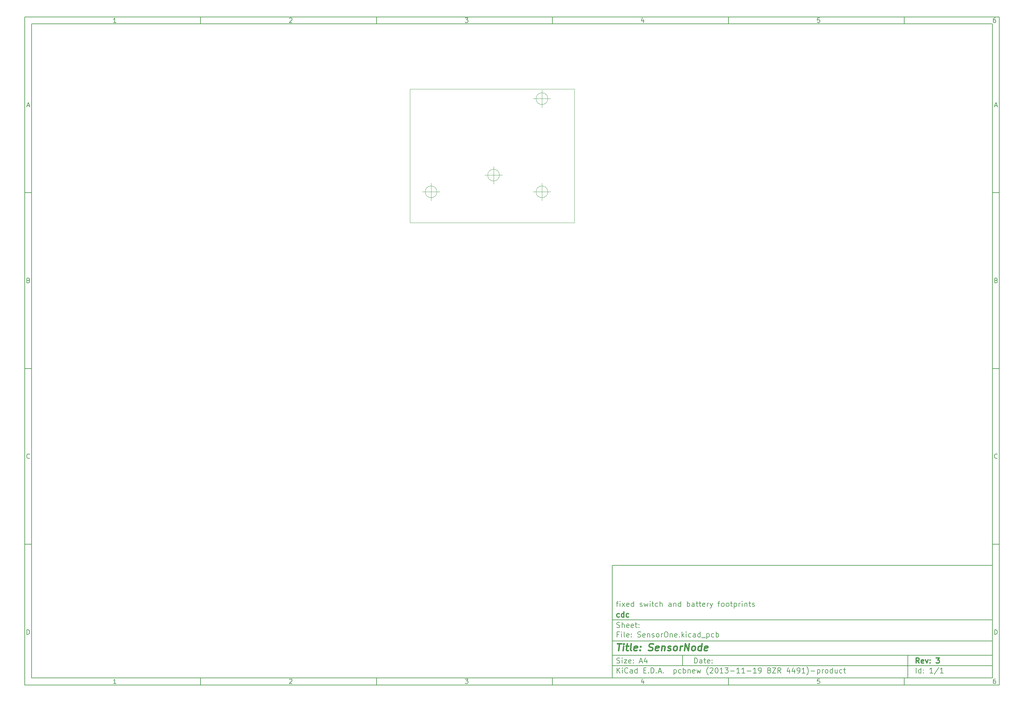
<source format=gbr>
%FSLAX34Y34*%
G04 Gerber Fmt 3.4, Leading zero omitted, Abs format*
G04 (created by PCBNEW (2013-11-19 BZR 4491)-product) date Thu 21 Nov 2013 01:11:00 GMT*
%MOIN*%
G01*
G70*
G90*
G04 APERTURE LIST*
%ADD10C,0.005906*%
%ADD11C,0.011811*%
%ADD12C,0.015748*%
%ADD13C,0.003937*%
G04 APERTURE END LIST*
G54D10*
X69685Y-65357D02*
X69685Y-77955D01*
X112205Y-77955D01*
X112205Y-65357D01*
X69685Y-65357D01*
X3937Y-3937D02*
X3937Y-78742D01*
X112992Y-78742D01*
X112992Y-3937D01*
X3937Y-3937D01*
X4724Y-4724D02*
X4724Y-77955D01*
X112205Y-77955D01*
X112205Y-4724D01*
X4724Y-4724D01*
X23622Y-4724D02*
X23622Y-3937D01*
X43307Y-4724D02*
X43307Y-3937D01*
X62992Y-4724D02*
X62992Y-3937D01*
X82677Y-4724D02*
X82677Y-3937D01*
X102362Y-4724D02*
X102362Y-3937D01*
X14169Y-4562D02*
X13877Y-4562D01*
X14023Y-4562D02*
X14023Y-4050D01*
X13974Y-4123D01*
X13925Y-4172D01*
X13877Y-4196D01*
X33562Y-4099D02*
X33586Y-4074D01*
X33635Y-4050D01*
X33757Y-4050D01*
X33805Y-4074D01*
X33830Y-4099D01*
X33854Y-4147D01*
X33854Y-4196D01*
X33830Y-4269D01*
X33537Y-4562D01*
X33854Y-4562D01*
X53222Y-4050D02*
X53539Y-4050D01*
X53368Y-4245D01*
X53442Y-4245D01*
X53490Y-4269D01*
X53515Y-4294D01*
X53539Y-4342D01*
X53539Y-4464D01*
X53515Y-4513D01*
X53490Y-4537D01*
X53442Y-4562D01*
X53295Y-4562D01*
X53247Y-4537D01*
X53222Y-4513D01*
X73175Y-4221D02*
X73175Y-4562D01*
X73053Y-4026D02*
X72932Y-4391D01*
X73248Y-4391D01*
X92885Y-4050D02*
X92641Y-4050D01*
X92617Y-4294D01*
X92641Y-4269D01*
X92690Y-4245D01*
X92812Y-4245D01*
X92860Y-4269D01*
X92885Y-4294D01*
X92909Y-4342D01*
X92909Y-4464D01*
X92885Y-4513D01*
X92860Y-4537D01*
X92812Y-4562D01*
X92690Y-4562D01*
X92641Y-4537D01*
X92617Y-4513D01*
X112545Y-4050D02*
X112448Y-4050D01*
X112399Y-4074D01*
X112375Y-4099D01*
X112326Y-4172D01*
X112302Y-4269D01*
X112302Y-4464D01*
X112326Y-4513D01*
X112350Y-4537D01*
X112399Y-4562D01*
X112497Y-4562D01*
X112545Y-4537D01*
X112570Y-4513D01*
X112594Y-4464D01*
X112594Y-4342D01*
X112570Y-4294D01*
X112545Y-4269D01*
X112497Y-4245D01*
X112399Y-4245D01*
X112350Y-4269D01*
X112326Y-4294D01*
X112302Y-4342D01*
X23622Y-77955D02*
X23622Y-78742D01*
X43307Y-77955D02*
X43307Y-78742D01*
X62992Y-77955D02*
X62992Y-78742D01*
X82677Y-77955D02*
X82677Y-78742D01*
X102362Y-77955D02*
X102362Y-78742D01*
X14169Y-78580D02*
X13877Y-78580D01*
X14023Y-78580D02*
X14023Y-78069D01*
X13974Y-78142D01*
X13925Y-78190D01*
X13877Y-78215D01*
X33562Y-78117D02*
X33586Y-78093D01*
X33635Y-78069D01*
X33757Y-78069D01*
X33805Y-78093D01*
X33830Y-78117D01*
X33854Y-78166D01*
X33854Y-78215D01*
X33830Y-78288D01*
X33537Y-78580D01*
X33854Y-78580D01*
X53222Y-78069D02*
X53539Y-78069D01*
X53368Y-78263D01*
X53442Y-78263D01*
X53490Y-78288D01*
X53515Y-78312D01*
X53539Y-78361D01*
X53539Y-78483D01*
X53515Y-78532D01*
X53490Y-78556D01*
X53442Y-78580D01*
X53295Y-78580D01*
X53247Y-78556D01*
X53222Y-78532D01*
X73175Y-78239D02*
X73175Y-78580D01*
X73053Y-78044D02*
X72932Y-78410D01*
X73248Y-78410D01*
X92885Y-78069D02*
X92641Y-78069D01*
X92617Y-78312D01*
X92641Y-78288D01*
X92690Y-78263D01*
X92812Y-78263D01*
X92860Y-78288D01*
X92885Y-78312D01*
X92909Y-78361D01*
X92909Y-78483D01*
X92885Y-78532D01*
X92860Y-78556D01*
X92812Y-78580D01*
X92690Y-78580D01*
X92641Y-78556D01*
X92617Y-78532D01*
X112545Y-78069D02*
X112448Y-78069D01*
X112399Y-78093D01*
X112375Y-78117D01*
X112326Y-78190D01*
X112302Y-78288D01*
X112302Y-78483D01*
X112326Y-78532D01*
X112350Y-78556D01*
X112399Y-78580D01*
X112497Y-78580D01*
X112545Y-78556D01*
X112570Y-78532D01*
X112594Y-78483D01*
X112594Y-78361D01*
X112570Y-78312D01*
X112545Y-78288D01*
X112497Y-78263D01*
X112399Y-78263D01*
X112350Y-78288D01*
X112326Y-78312D01*
X112302Y-78361D01*
X3937Y-23622D02*
X4724Y-23622D01*
X3937Y-43307D02*
X4724Y-43307D01*
X3937Y-62992D02*
X4724Y-62992D01*
X4208Y-13864D02*
X4452Y-13864D01*
X4160Y-14011D02*
X4330Y-13499D01*
X4501Y-14011D01*
X4367Y-33428D02*
X4440Y-33452D01*
X4464Y-33476D01*
X4489Y-33525D01*
X4489Y-33598D01*
X4464Y-33647D01*
X4440Y-33671D01*
X4391Y-33696D01*
X4196Y-33696D01*
X4196Y-33184D01*
X4367Y-33184D01*
X4416Y-33208D01*
X4440Y-33233D01*
X4464Y-33281D01*
X4464Y-33330D01*
X4440Y-33379D01*
X4416Y-33403D01*
X4367Y-33428D01*
X4196Y-33428D01*
X4489Y-53332D02*
X4464Y-53356D01*
X4391Y-53381D01*
X4342Y-53381D01*
X4269Y-53356D01*
X4221Y-53308D01*
X4196Y-53259D01*
X4172Y-53161D01*
X4172Y-53088D01*
X4196Y-52991D01*
X4221Y-52942D01*
X4269Y-52893D01*
X4342Y-52869D01*
X4391Y-52869D01*
X4464Y-52893D01*
X4489Y-52918D01*
X4196Y-73066D02*
X4196Y-72554D01*
X4318Y-72554D01*
X4391Y-72578D01*
X4440Y-72627D01*
X4464Y-72676D01*
X4489Y-72773D01*
X4489Y-72846D01*
X4464Y-72944D01*
X4440Y-72993D01*
X4391Y-73041D01*
X4318Y-73066D01*
X4196Y-73066D01*
X112992Y-23622D02*
X112205Y-23622D01*
X112992Y-43307D02*
X112205Y-43307D01*
X112992Y-62992D02*
X112205Y-62992D01*
X112477Y-13864D02*
X112721Y-13864D01*
X112428Y-14011D02*
X112599Y-13499D01*
X112769Y-14011D01*
X112635Y-33428D02*
X112708Y-33452D01*
X112733Y-33476D01*
X112757Y-33525D01*
X112757Y-33598D01*
X112733Y-33647D01*
X112708Y-33671D01*
X112660Y-33696D01*
X112465Y-33696D01*
X112465Y-33184D01*
X112635Y-33184D01*
X112684Y-33208D01*
X112708Y-33233D01*
X112733Y-33281D01*
X112733Y-33330D01*
X112708Y-33379D01*
X112684Y-33403D01*
X112635Y-33428D01*
X112465Y-33428D01*
X112757Y-53332D02*
X112733Y-53356D01*
X112660Y-53381D01*
X112611Y-53381D01*
X112538Y-53356D01*
X112489Y-53308D01*
X112465Y-53259D01*
X112440Y-53161D01*
X112440Y-53088D01*
X112465Y-52991D01*
X112489Y-52942D01*
X112538Y-52893D01*
X112611Y-52869D01*
X112660Y-52869D01*
X112733Y-52893D01*
X112757Y-52918D01*
X112465Y-73066D02*
X112465Y-72554D01*
X112587Y-72554D01*
X112660Y-72578D01*
X112708Y-72627D01*
X112733Y-72676D01*
X112757Y-72773D01*
X112757Y-72846D01*
X112733Y-72944D01*
X112708Y-72993D01*
X112660Y-73041D01*
X112587Y-73066D01*
X112465Y-73066D01*
X78881Y-76293D02*
X78881Y-75703D01*
X79022Y-75703D01*
X79106Y-75731D01*
X79162Y-75787D01*
X79190Y-75843D01*
X79219Y-75956D01*
X79219Y-76040D01*
X79190Y-76153D01*
X79162Y-76209D01*
X79106Y-76265D01*
X79022Y-76293D01*
X78881Y-76293D01*
X79725Y-76293D02*
X79725Y-75984D01*
X79697Y-75928D01*
X79640Y-75899D01*
X79528Y-75899D01*
X79472Y-75928D01*
X79725Y-76265D02*
X79669Y-76293D01*
X79528Y-76293D01*
X79472Y-76265D01*
X79444Y-76209D01*
X79444Y-76153D01*
X79472Y-76096D01*
X79528Y-76068D01*
X79669Y-76068D01*
X79725Y-76040D01*
X79922Y-75899D02*
X80147Y-75899D01*
X80006Y-75703D02*
X80006Y-76209D01*
X80034Y-76265D01*
X80090Y-76293D01*
X80147Y-76293D01*
X80568Y-76265D02*
X80512Y-76293D01*
X80400Y-76293D01*
X80343Y-76265D01*
X80315Y-76209D01*
X80315Y-75984D01*
X80343Y-75928D01*
X80400Y-75899D01*
X80512Y-75899D01*
X80568Y-75928D01*
X80597Y-75984D01*
X80597Y-76040D01*
X80315Y-76096D01*
X80850Y-76237D02*
X80878Y-76265D01*
X80850Y-76293D01*
X80822Y-76265D01*
X80850Y-76237D01*
X80850Y-76293D01*
X80850Y-75928D02*
X80878Y-75956D01*
X80850Y-75984D01*
X80822Y-75956D01*
X80850Y-75928D01*
X80850Y-75984D01*
X69685Y-76577D02*
X112205Y-76577D01*
X70220Y-77395D02*
X70220Y-76805D01*
X70557Y-77395D02*
X70304Y-77058D01*
X70557Y-76805D02*
X70220Y-77142D01*
X70810Y-77395D02*
X70810Y-77002D01*
X70810Y-76805D02*
X70782Y-76833D01*
X70810Y-76861D01*
X70838Y-76833D01*
X70810Y-76805D01*
X70810Y-76861D01*
X71429Y-77339D02*
X71401Y-77367D01*
X71316Y-77395D01*
X71260Y-77395D01*
X71176Y-77367D01*
X71120Y-77311D01*
X71091Y-77255D01*
X71063Y-77142D01*
X71063Y-77058D01*
X71091Y-76946D01*
X71120Y-76889D01*
X71176Y-76833D01*
X71260Y-76805D01*
X71316Y-76805D01*
X71401Y-76833D01*
X71429Y-76861D01*
X71935Y-77395D02*
X71935Y-77086D01*
X71907Y-77030D01*
X71851Y-77002D01*
X71738Y-77002D01*
X71682Y-77030D01*
X71935Y-77367D02*
X71879Y-77395D01*
X71738Y-77395D01*
X71682Y-77367D01*
X71654Y-77311D01*
X71654Y-77255D01*
X71682Y-77199D01*
X71738Y-77171D01*
X71879Y-77171D01*
X71935Y-77142D01*
X72469Y-77395D02*
X72469Y-76805D01*
X72469Y-77367D02*
X72413Y-77395D01*
X72301Y-77395D01*
X72244Y-77367D01*
X72216Y-77339D01*
X72188Y-77283D01*
X72188Y-77114D01*
X72216Y-77058D01*
X72244Y-77030D01*
X72301Y-77002D01*
X72413Y-77002D01*
X72469Y-77030D01*
X73201Y-77086D02*
X73397Y-77086D01*
X73482Y-77395D02*
X73201Y-77395D01*
X73201Y-76805D01*
X73482Y-76805D01*
X73735Y-77339D02*
X73763Y-77367D01*
X73735Y-77395D01*
X73707Y-77367D01*
X73735Y-77339D01*
X73735Y-77395D01*
X74016Y-77395D02*
X74016Y-76805D01*
X74157Y-76805D01*
X74241Y-76833D01*
X74297Y-76889D01*
X74325Y-76946D01*
X74354Y-77058D01*
X74354Y-77142D01*
X74325Y-77255D01*
X74297Y-77311D01*
X74241Y-77367D01*
X74157Y-77395D01*
X74016Y-77395D01*
X74607Y-77339D02*
X74635Y-77367D01*
X74607Y-77395D01*
X74579Y-77367D01*
X74607Y-77339D01*
X74607Y-77395D01*
X74860Y-77227D02*
X75141Y-77227D01*
X74804Y-77395D02*
X75000Y-76805D01*
X75197Y-77395D01*
X75394Y-77339D02*
X75422Y-77367D01*
X75394Y-77395D01*
X75366Y-77367D01*
X75394Y-77339D01*
X75394Y-77395D01*
X76575Y-77002D02*
X76575Y-77592D01*
X76575Y-77030D02*
X76631Y-77002D01*
X76744Y-77002D01*
X76800Y-77030D01*
X76828Y-77058D01*
X76856Y-77114D01*
X76856Y-77283D01*
X76828Y-77339D01*
X76800Y-77367D01*
X76744Y-77395D01*
X76631Y-77395D01*
X76575Y-77367D01*
X77363Y-77367D02*
X77306Y-77395D01*
X77194Y-77395D01*
X77138Y-77367D01*
X77109Y-77339D01*
X77081Y-77283D01*
X77081Y-77114D01*
X77109Y-77058D01*
X77138Y-77030D01*
X77194Y-77002D01*
X77306Y-77002D01*
X77363Y-77030D01*
X77616Y-77395D02*
X77616Y-76805D01*
X77616Y-77030D02*
X77672Y-77002D01*
X77784Y-77002D01*
X77841Y-77030D01*
X77869Y-77058D01*
X77897Y-77114D01*
X77897Y-77283D01*
X77869Y-77339D01*
X77841Y-77367D01*
X77784Y-77395D01*
X77672Y-77395D01*
X77616Y-77367D01*
X78150Y-77002D02*
X78150Y-77395D01*
X78150Y-77058D02*
X78178Y-77030D01*
X78234Y-77002D01*
X78319Y-77002D01*
X78375Y-77030D01*
X78403Y-77086D01*
X78403Y-77395D01*
X78909Y-77367D02*
X78853Y-77395D01*
X78741Y-77395D01*
X78684Y-77367D01*
X78656Y-77311D01*
X78656Y-77086D01*
X78684Y-77030D01*
X78741Y-77002D01*
X78853Y-77002D01*
X78909Y-77030D01*
X78937Y-77086D01*
X78937Y-77142D01*
X78656Y-77199D01*
X79134Y-77002D02*
X79247Y-77395D01*
X79359Y-77114D01*
X79472Y-77395D01*
X79584Y-77002D01*
X80428Y-77620D02*
X80400Y-77592D01*
X80343Y-77508D01*
X80315Y-77452D01*
X80287Y-77367D01*
X80259Y-77227D01*
X80259Y-77114D01*
X80287Y-76974D01*
X80315Y-76889D01*
X80343Y-76833D01*
X80400Y-76749D01*
X80428Y-76721D01*
X80625Y-76861D02*
X80653Y-76833D01*
X80709Y-76805D01*
X80850Y-76805D01*
X80906Y-76833D01*
X80934Y-76861D01*
X80962Y-76917D01*
X80962Y-76974D01*
X80934Y-77058D01*
X80597Y-77395D01*
X80962Y-77395D01*
X81328Y-76805D02*
X81384Y-76805D01*
X81440Y-76833D01*
X81468Y-76861D01*
X81496Y-76917D01*
X81525Y-77030D01*
X81525Y-77171D01*
X81496Y-77283D01*
X81468Y-77339D01*
X81440Y-77367D01*
X81384Y-77395D01*
X81328Y-77395D01*
X81271Y-77367D01*
X81243Y-77339D01*
X81215Y-77283D01*
X81187Y-77171D01*
X81187Y-77030D01*
X81215Y-76917D01*
X81243Y-76861D01*
X81271Y-76833D01*
X81328Y-76805D01*
X82087Y-77395D02*
X81750Y-77395D01*
X81918Y-77395D02*
X81918Y-76805D01*
X81862Y-76889D01*
X81806Y-76946D01*
X81750Y-76974D01*
X82284Y-76805D02*
X82649Y-76805D01*
X82453Y-77030D01*
X82537Y-77030D01*
X82593Y-77058D01*
X82621Y-77086D01*
X82649Y-77142D01*
X82649Y-77283D01*
X82621Y-77339D01*
X82593Y-77367D01*
X82537Y-77395D01*
X82368Y-77395D01*
X82312Y-77367D01*
X82284Y-77339D01*
X82903Y-77171D02*
X83352Y-77171D01*
X83943Y-77395D02*
X83606Y-77395D01*
X83774Y-77395D02*
X83774Y-76805D01*
X83718Y-76889D01*
X83662Y-76946D01*
X83606Y-76974D01*
X84505Y-77395D02*
X84168Y-77395D01*
X84337Y-77395D02*
X84337Y-76805D01*
X84280Y-76889D01*
X84224Y-76946D01*
X84168Y-76974D01*
X84759Y-77171D02*
X85208Y-77171D01*
X85799Y-77395D02*
X85462Y-77395D01*
X85630Y-77395D02*
X85630Y-76805D01*
X85574Y-76889D01*
X85518Y-76946D01*
X85462Y-76974D01*
X86080Y-77395D02*
X86193Y-77395D01*
X86249Y-77367D01*
X86277Y-77339D01*
X86333Y-77255D01*
X86361Y-77142D01*
X86361Y-76917D01*
X86333Y-76861D01*
X86305Y-76833D01*
X86249Y-76805D01*
X86136Y-76805D01*
X86080Y-76833D01*
X86052Y-76861D01*
X86024Y-76917D01*
X86024Y-77058D01*
X86052Y-77114D01*
X86080Y-77142D01*
X86136Y-77171D01*
X86249Y-77171D01*
X86305Y-77142D01*
X86333Y-77114D01*
X86361Y-77058D01*
X87261Y-77086D02*
X87346Y-77114D01*
X87374Y-77142D01*
X87402Y-77199D01*
X87402Y-77283D01*
X87374Y-77339D01*
X87346Y-77367D01*
X87289Y-77395D01*
X87064Y-77395D01*
X87064Y-76805D01*
X87261Y-76805D01*
X87318Y-76833D01*
X87346Y-76861D01*
X87374Y-76917D01*
X87374Y-76974D01*
X87346Y-77030D01*
X87318Y-77058D01*
X87261Y-77086D01*
X87064Y-77086D01*
X87599Y-76805D02*
X87992Y-76805D01*
X87599Y-77395D01*
X87992Y-77395D01*
X88555Y-77395D02*
X88358Y-77114D01*
X88217Y-77395D02*
X88217Y-76805D01*
X88442Y-76805D01*
X88499Y-76833D01*
X88527Y-76861D01*
X88555Y-76917D01*
X88555Y-77002D01*
X88527Y-77058D01*
X88499Y-77086D01*
X88442Y-77114D01*
X88217Y-77114D01*
X89511Y-77002D02*
X89511Y-77395D01*
X89370Y-76777D02*
X89230Y-77199D01*
X89595Y-77199D01*
X90073Y-77002D02*
X90073Y-77395D01*
X89933Y-76777D02*
X89792Y-77199D01*
X90158Y-77199D01*
X90411Y-77395D02*
X90523Y-77395D01*
X90580Y-77367D01*
X90608Y-77339D01*
X90664Y-77255D01*
X90692Y-77142D01*
X90692Y-76917D01*
X90664Y-76861D01*
X90636Y-76833D01*
X90580Y-76805D01*
X90467Y-76805D01*
X90411Y-76833D01*
X90383Y-76861D01*
X90355Y-76917D01*
X90355Y-77058D01*
X90383Y-77114D01*
X90411Y-77142D01*
X90467Y-77171D01*
X90580Y-77171D01*
X90636Y-77142D01*
X90664Y-77114D01*
X90692Y-77058D01*
X91255Y-77395D02*
X90917Y-77395D01*
X91086Y-77395D02*
X91086Y-76805D01*
X91030Y-76889D01*
X90973Y-76946D01*
X90917Y-76974D01*
X91451Y-77620D02*
X91480Y-77592D01*
X91536Y-77508D01*
X91564Y-77452D01*
X91592Y-77367D01*
X91620Y-77227D01*
X91620Y-77114D01*
X91592Y-76974D01*
X91564Y-76889D01*
X91536Y-76833D01*
X91480Y-76749D01*
X91451Y-76721D01*
X91901Y-77171D02*
X92351Y-77171D01*
X92633Y-77002D02*
X92633Y-77592D01*
X92633Y-77030D02*
X92689Y-77002D01*
X92801Y-77002D01*
X92858Y-77030D01*
X92886Y-77058D01*
X92914Y-77114D01*
X92914Y-77283D01*
X92886Y-77339D01*
X92858Y-77367D01*
X92801Y-77395D01*
X92689Y-77395D01*
X92633Y-77367D01*
X93167Y-77395D02*
X93167Y-77002D01*
X93167Y-77114D02*
X93195Y-77058D01*
X93223Y-77030D01*
X93279Y-77002D01*
X93336Y-77002D01*
X93617Y-77395D02*
X93561Y-77367D01*
X93532Y-77339D01*
X93504Y-77283D01*
X93504Y-77114D01*
X93532Y-77058D01*
X93561Y-77030D01*
X93617Y-77002D01*
X93701Y-77002D01*
X93757Y-77030D01*
X93786Y-77058D01*
X93814Y-77114D01*
X93814Y-77283D01*
X93786Y-77339D01*
X93757Y-77367D01*
X93701Y-77395D01*
X93617Y-77395D01*
X94320Y-77395D02*
X94320Y-76805D01*
X94320Y-77367D02*
X94264Y-77395D01*
X94151Y-77395D01*
X94095Y-77367D01*
X94067Y-77339D01*
X94039Y-77283D01*
X94039Y-77114D01*
X94067Y-77058D01*
X94095Y-77030D01*
X94151Y-77002D01*
X94264Y-77002D01*
X94320Y-77030D01*
X94854Y-77002D02*
X94854Y-77395D01*
X94601Y-77002D02*
X94601Y-77311D01*
X94629Y-77367D01*
X94685Y-77395D01*
X94770Y-77395D01*
X94826Y-77367D01*
X94854Y-77339D01*
X95388Y-77367D02*
X95332Y-77395D01*
X95220Y-77395D01*
X95163Y-77367D01*
X95135Y-77339D01*
X95107Y-77283D01*
X95107Y-77114D01*
X95135Y-77058D01*
X95163Y-77030D01*
X95220Y-77002D01*
X95332Y-77002D01*
X95388Y-77030D01*
X95557Y-77002D02*
X95782Y-77002D01*
X95642Y-76805D02*
X95642Y-77311D01*
X95670Y-77367D01*
X95726Y-77395D01*
X95782Y-77395D01*
X69685Y-75396D02*
X112205Y-75396D01*
G54D11*
X104022Y-76293D02*
X103825Y-76012D01*
X103684Y-76293D02*
X103684Y-75703D01*
X103909Y-75703D01*
X103965Y-75731D01*
X103994Y-75759D01*
X104022Y-75815D01*
X104022Y-75899D01*
X103994Y-75956D01*
X103965Y-75984D01*
X103909Y-76012D01*
X103684Y-76012D01*
X104500Y-76265D02*
X104444Y-76293D01*
X104331Y-76293D01*
X104275Y-76265D01*
X104247Y-76209D01*
X104247Y-75984D01*
X104275Y-75928D01*
X104331Y-75899D01*
X104444Y-75899D01*
X104500Y-75928D01*
X104528Y-75984D01*
X104528Y-76040D01*
X104247Y-76096D01*
X104725Y-75899D02*
X104865Y-76293D01*
X105006Y-75899D01*
X105231Y-76237D02*
X105259Y-76265D01*
X105231Y-76293D01*
X105203Y-76265D01*
X105231Y-76237D01*
X105231Y-76293D01*
X105231Y-75928D02*
X105259Y-75956D01*
X105231Y-75984D01*
X105203Y-75956D01*
X105231Y-75928D01*
X105231Y-75984D01*
X105906Y-75703D02*
X106271Y-75703D01*
X106075Y-75928D01*
X106159Y-75928D01*
X106215Y-75956D01*
X106243Y-75984D01*
X106271Y-76040D01*
X106271Y-76181D01*
X106243Y-76237D01*
X106215Y-76265D01*
X106159Y-76293D01*
X105990Y-76293D01*
X105934Y-76265D01*
X105906Y-76237D01*
G54D10*
X70192Y-76265D02*
X70276Y-76293D01*
X70417Y-76293D01*
X70473Y-76265D01*
X70501Y-76237D01*
X70529Y-76181D01*
X70529Y-76124D01*
X70501Y-76068D01*
X70473Y-76040D01*
X70417Y-76012D01*
X70304Y-75984D01*
X70248Y-75956D01*
X70220Y-75928D01*
X70192Y-75871D01*
X70192Y-75815D01*
X70220Y-75759D01*
X70248Y-75731D01*
X70304Y-75703D01*
X70445Y-75703D01*
X70529Y-75731D01*
X70782Y-76293D02*
X70782Y-75899D01*
X70782Y-75703D02*
X70754Y-75731D01*
X70782Y-75759D01*
X70810Y-75731D01*
X70782Y-75703D01*
X70782Y-75759D01*
X71007Y-75899D02*
X71316Y-75899D01*
X71007Y-76293D01*
X71316Y-76293D01*
X71766Y-76265D02*
X71710Y-76293D01*
X71598Y-76293D01*
X71541Y-76265D01*
X71513Y-76209D01*
X71513Y-75984D01*
X71541Y-75928D01*
X71598Y-75899D01*
X71710Y-75899D01*
X71766Y-75928D01*
X71795Y-75984D01*
X71795Y-76040D01*
X71513Y-76096D01*
X72048Y-76237D02*
X72076Y-76265D01*
X72048Y-76293D01*
X72019Y-76265D01*
X72048Y-76237D01*
X72048Y-76293D01*
X72048Y-75928D02*
X72076Y-75956D01*
X72048Y-75984D01*
X72019Y-75956D01*
X72048Y-75928D01*
X72048Y-75984D01*
X72751Y-76124D02*
X73032Y-76124D01*
X72694Y-76293D02*
X72891Y-75703D01*
X73088Y-76293D01*
X73538Y-75899D02*
X73538Y-76293D01*
X73397Y-75674D02*
X73257Y-76096D01*
X73622Y-76096D01*
X103684Y-77395D02*
X103684Y-76805D01*
X104219Y-77395D02*
X104219Y-76805D01*
X104219Y-77367D02*
X104162Y-77395D01*
X104050Y-77395D01*
X103994Y-77367D01*
X103965Y-77339D01*
X103937Y-77283D01*
X103937Y-77114D01*
X103965Y-77058D01*
X103994Y-77030D01*
X104050Y-77002D01*
X104162Y-77002D01*
X104219Y-77030D01*
X104500Y-77339D02*
X104528Y-77367D01*
X104500Y-77395D01*
X104472Y-77367D01*
X104500Y-77339D01*
X104500Y-77395D01*
X104500Y-77030D02*
X104528Y-77058D01*
X104500Y-77086D01*
X104472Y-77058D01*
X104500Y-77030D01*
X104500Y-77086D01*
X105540Y-77395D02*
X105203Y-77395D01*
X105372Y-77395D02*
X105372Y-76805D01*
X105315Y-76889D01*
X105259Y-76946D01*
X105203Y-76974D01*
X106215Y-76777D02*
X105709Y-77536D01*
X106721Y-77395D02*
X106384Y-77395D01*
X106553Y-77395D02*
X106553Y-76805D01*
X106496Y-76889D01*
X106440Y-76946D01*
X106384Y-76974D01*
X69685Y-73821D02*
X112205Y-73821D01*
G54D12*
X70257Y-74099D02*
X70707Y-74099D01*
X70384Y-74886D02*
X70482Y-74099D01*
X70871Y-74886D02*
X70937Y-74361D01*
X70970Y-74099D02*
X70927Y-74136D01*
X70960Y-74174D01*
X71002Y-74136D01*
X70970Y-74099D01*
X70960Y-74174D01*
X71199Y-74361D02*
X71499Y-74361D01*
X71345Y-74099D02*
X71260Y-74774D01*
X71288Y-74849D01*
X71359Y-74886D01*
X71434Y-74886D01*
X71809Y-74886D02*
X71738Y-74849D01*
X71710Y-74774D01*
X71795Y-74099D01*
X72413Y-74849D02*
X72334Y-74886D01*
X72184Y-74886D01*
X72113Y-74849D01*
X72085Y-74774D01*
X72123Y-74474D01*
X72169Y-74399D01*
X72249Y-74361D01*
X72399Y-74361D01*
X72469Y-74399D01*
X72498Y-74474D01*
X72488Y-74549D01*
X72104Y-74624D01*
X72793Y-74811D02*
X72826Y-74849D01*
X72783Y-74886D01*
X72751Y-74849D01*
X72793Y-74811D01*
X72783Y-74886D01*
X72844Y-74399D02*
X72877Y-74436D01*
X72835Y-74474D01*
X72802Y-74436D01*
X72844Y-74399D01*
X72835Y-74474D01*
X73726Y-74849D02*
X73833Y-74886D01*
X74021Y-74886D01*
X74100Y-74849D01*
X74143Y-74811D01*
X74190Y-74736D01*
X74199Y-74661D01*
X74171Y-74586D01*
X74138Y-74549D01*
X74068Y-74511D01*
X73922Y-74474D01*
X73852Y-74436D01*
X73819Y-74399D01*
X73791Y-74324D01*
X73801Y-74249D01*
X73847Y-74174D01*
X73890Y-74136D01*
X73969Y-74099D01*
X74157Y-74099D01*
X74265Y-74136D01*
X74813Y-74849D02*
X74733Y-74886D01*
X74583Y-74886D01*
X74513Y-74849D01*
X74485Y-74774D01*
X74522Y-74474D01*
X74569Y-74399D01*
X74649Y-74361D01*
X74799Y-74361D01*
X74869Y-74399D01*
X74897Y-74474D01*
X74888Y-74549D01*
X74504Y-74624D01*
X75249Y-74361D02*
X75183Y-74886D01*
X75239Y-74436D02*
X75282Y-74399D01*
X75361Y-74361D01*
X75474Y-74361D01*
X75544Y-74399D01*
X75572Y-74474D01*
X75521Y-74886D01*
X75863Y-74849D02*
X75933Y-74886D01*
X76083Y-74886D01*
X76163Y-74849D01*
X76210Y-74774D01*
X76214Y-74736D01*
X76186Y-74661D01*
X76116Y-74624D01*
X76003Y-74624D01*
X75933Y-74586D01*
X75905Y-74511D01*
X75910Y-74474D01*
X75956Y-74399D01*
X76036Y-74361D01*
X76149Y-74361D01*
X76219Y-74399D01*
X76645Y-74886D02*
X76575Y-74849D01*
X76542Y-74811D01*
X76514Y-74736D01*
X76542Y-74511D01*
X76589Y-74436D01*
X76631Y-74399D01*
X76711Y-74361D01*
X76824Y-74361D01*
X76894Y-74399D01*
X76927Y-74436D01*
X76955Y-74511D01*
X76927Y-74736D01*
X76880Y-74811D01*
X76838Y-74849D01*
X76758Y-74886D01*
X76645Y-74886D01*
X77245Y-74886D02*
X77311Y-74361D01*
X77292Y-74511D02*
X77339Y-74436D01*
X77381Y-74399D01*
X77461Y-74361D01*
X77536Y-74361D01*
X77733Y-74886D02*
X77831Y-74099D01*
X78183Y-74886D01*
X78281Y-74099D01*
X78670Y-74886D02*
X78600Y-74849D01*
X78567Y-74811D01*
X78539Y-74736D01*
X78567Y-74511D01*
X78614Y-74436D01*
X78656Y-74399D01*
X78736Y-74361D01*
X78848Y-74361D01*
X78919Y-74399D01*
X78951Y-74436D01*
X78980Y-74511D01*
X78951Y-74736D01*
X78905Y-74811D01*
X78862Y-74849D01*
X78783Y-74886D01*
X78670Y-74886D01*
X79608Y-74886D02*
X79706Y-74099D01*
X79612Y-74849D02*
X79533Y-74886D01*
X79383Y-74886D01*
X79312Y-74849D01*
X79280Y-74811D01*
X79251Y-74736D01*
X79280Y-74511D01*
X79326Y-74436D01*
X79369Y-74399D01*
X79448Y-74361D01*
X79598Y-74361D01*
X79669Y-74399D01*
X80287Y-74849D02*
X80208Y-74886D01*
X80058Y-74886D01*
X79987Y-74849D01*
X79959Y-74774D01*
X79997Y-74474D01*
X80043Y-74399D01*
X80123Y-74361D01*
X80273Y-74361D01*
X80343Y-74399D01*
X80372Y-74474D01*
X80362Y-74549D01*
X79978Y-74624D01*
G54D10*
X70417Y-73070D02*
X70220Y-73070D01*
X70220Y-73380D02*
X70220Y-72789D01*
X70501Y-72789D01*
X70726Y-73380D02*
X70726Y-72986D01*
X70726Y-72789D02*
X70698Y-72817D01*
X70726Y-72845D01*
X70754Y-72817D01*
X70726Y-72789D01*
X70726Y-72845D01*
X71091Y-73380D02*
X71035Y-73352D01*
X71007Y-73295D01*
X71007Y-72789D01*
X71541Y-73352D02*
X71485Y-73380D01*
X71373Y-73380D01*
X71316Y-73352D01*
X71288Y-73295D01*
X71288Y-73070D01*
X71316Y-73014D01*
X71373Y-72986D01*
X71485Y-72986D01*
X71541Y-73014D01*
X71570Y-73070D01*
X71570Y-73127D01*
X71288Y-73183D01*
X71823Y-73323D02*
X71851Y-73352D01*
X71823Y-73380D01*
X71795Y-73352D01*
X71823Y-73323D01*
X71823Y-73380D01*
X71823Y-73014D02*
X71851Y-73042D01*
X71823Y-73070D01*
X71795Y-73042D01*
X71823Y-73014D01*
X71823Y-73070D01*
X72526Y-73352D02*
X72610Y-73380D01*
X72751Y-73380D01*
X72807Y-73352D01*
X72835Y-73323D01*
X72863Y-73267D01*
X72863Y-73211D01*
X72835Y-73155D01*
X72807Y-73127D01*
X72751Y-73099D01*
X72638Y-73070D01*
X72582Y-73042D01*
X72554Y-73014D01*
X72526Y-72958D01*
X72526Y-72902D01*
X72554Y-72845D01*
X72582Y-72817D01*
X72638Y-72789D01*
X72779Y-72789D01*
X72863Y-72817D01*
X73341Y-73352D02*
X73285Y-73380D01*
X73172Y-73380D01*
X73116Y-73352D01*
X73088Y-73295D01*
X73088Y-73070D01*
X73116Y-73014D01*
X73172Y-72986D01*
X73285Y-72986D01*
X73341Y-73014D01*
X73369Y-73070D01*
X73369Y-73127D01*
X73088Y-73183D01*
X73622Y-72986D02*
X73622Y-73380D01*
X73622Y-73042D02*
X73651Y-73014D01*
X73707Y-72986D01*
X73791Y-72986D01*
X73847Y-73014D01*
X73876Y-73070D01*
X73876Y-73380D01*
X74129Y-73352D02*
X74185Y-73380D01*
X74297Y-73380D01*
X74354Y-73352D01*
X74382Y-73295D01*
X74382Y-73267D01*
X74354Y-73211D01*
X74297Y-73183D01*
X74213Y-73183D01*
X74157Y-73155D01*
X74129Y-73099D01*
X74129Y-73070D01*
X74157Y-73014D01*
X74213Y-72986D01*
X74297Y-72986D01*
X74354Y-73014D01*
X74719Y-73380D02*
X74663Y-73352D01*
X74635Y-73323D01*
X74607Y-73267D01*
X74607Y-73099D01*
X74635Y-73042D01*
X74663Y-73014D01*
X74719Y-72986D01*
X74804Y-72986D01*
X74860Y-73014D01*
X74888Y-73042D01*
X74916Y-73099D01*
X74916Y-73267D01*
X74888Y-73323D01*
X74860Y-73352D01*
X74804Y-73380D01*
X74719Y-73380D01*
X75169Y-73380D02*
X75169Y-72986D01*
X75169Y-73099D02*
X75197Y-73042D01*
X75225Y-73014D01*
X75282Y-72986D01*
X75338Y-72986D01*
X75647Y-72789D02*
X75760Y-72789D01*
X75816Y-72817D01*
X75872Y-72874D01*
X75900Y-72986D01*
X75900Y-73183D01*
X75872Y-73295D01*
X75816Y-73352D01*
X75760Y-73380D01*
X75647Y-73380D01*
X75591Y-73352D01*
X75535Y-73295D01*
X75507Y-73183D01*
X75507Y-72986D01*
X75535Y-72874D01*
X75591Y-72817D01*
X75647Y-72789D01*
X76153Y-72986D02*
X76153Y-73380D01*
X76153Y-73042D02*
X76181Y-73014D01*
X76238Y-72986D01*
X76322Y-72986D01*
X76378Y-73014D01*
X76406Y-73070D01*
X76406Y-73380D01*
X76913Y-73352D02*
X76856Y-73380D01*
X76744Y-73380D01*
X76688Y-73352D01*
X76660Y-73295D01*
X76660Y-73070D01*
X76688Y-73014D01*
X76744Y-72986D01*
X76856Y-72986D01*
X76913Y-73014D01*
X76941Y-73070D01*
X76941Y-73127D01*
X76660Y-73183D01*
X77194Y-73323D02*
X77222Y-73352D01*
X77194Y-73380D01*
X77166Y-73352D01*
X77194Y-73323D01*
X77194Y-73380D01*
X77475Y-73380D02*
X77475Y-72789D01*
X77531Y-73155D02*
X77700Y-73380D01*
X77700Y-72986D02*
X77475Y-73211D01*
X77953Y-73380D02*
X77953Y-72986D01*
X77953Y-72789D02*
X77925Y-72817D01*
X77953Y-72845D01*
X77981Y-72817D01*
X77953Y-72789D01*
X77953Y-72845D01*
X78487Y-73352D02*
X78431Y-73380D01*
X78319Y-73380D01*
X78262Y-73352D01*
X78234Y-73323D01*
X78206Y-73267D01*
X78206Y-73099D01*
X78234Y-73042D01*
X78262Y-73014D01*
X78319Y-72986D01*
X78431Y-72986D01*
X78487Y-73014D01*
X78994Y-73380D02*
X78994Y-73070D01*
X78965Y-73014D01*
X78909Y-72986D01*
X78797Y-72986D01*
X78741Y-73014D01*
X78994Y-73352D02*
X78937Y-73380D01*
X78797Y-73380D01*
X78741Y-73352D01*
X78712Y-73295D01*
X78712Y-73239D01*
X78741Y-73183D01*
X78797Y-73155D01*
X78937Y-73155D01*
X78994Y-73127D01*
X79528Y-73380D02*
X79528Y-72789D01*
X79528Y-73352D02*
X79472Y-73380D01*
X79359Y-73380D01*
X79303Y-73352D01*
X79275Y-73323D01*
X79247Y-73267D01*
X79247Y-73099D01*
X79275Y-73042D01*
X79303Y-73014D01*
X79359Y-72986D01*
X79472Y-72986D01*
X79528Y-73014D01*
X79669Y-73436D02*
X80118Y-73436D01*
X80259Y-72986D02*
X80259Y-73577D01*
X80259Y-73014D02*
X80315Y-72986D01*
X80428Y-72986D01*
X80484Y-73014D01*
X80512Y-73042D01*
X80540Y-73099D01*
X80540Y-73267D01*
X80512Y-73323D01*
X80484Y-73352D01*
X80428Y-73380D01*
X80315Y-73380D01*
X80259Y-73352D01*
X81046Y-73352D02*
X80990Y-73380D01*
X80878Y-73380D01*
X80822Y-73352D01*
X80793Y-73323D01*
X80765Y-73267D01*
X80765Y-73099D01*
X80793Y-73042D01*
X80822Y-73014D01*
X80878Y-72986D01*
X80990Y-72986D01*
X81046Y-73014D01*
X81300Y-73380D02*
X81300Y-72789D01*
X81300Y-73014D02*
X81356Y-72986D01*
X81468Y-72986D01*
X81525Y-73014D01*
X81553Y-73042D01*
X81581Y-73099D01*
X81581Y-73267D01*
X81553Y-73323D01*
X81525Y-73352D01*
X81468Y-73380D01*
X81356Y-73380D01*
X81300Y-73352D01*
X69685Y-71459D02*
X112205Y-71459D01*
X70192Y-72289D02*
X70276Y-72317D01*
X70417Y-72317D01*
X70473Y-72289D01*
X70501Y-72260D01*
X70529Y-72204D01*
X70529Y-72148D01*
X70501Y-72092D01*
X70473Y-72064D01*
X70417Y-72036D01*
X70304Y-72007D01*
X70248Y-71979D01*
X70220Y-71951D01*
X70192Y-71895D01*
X70192Y-71839D01*
X70220Y-71782D01*
X70248Y-71754D01*
X70304Y-71726D01*
X70445Y-71726D01*
X70529Y-71754D01*
X70782Y-72317D02*
X70782Y-71726D01*
X71035Y-72317D02*
X71035Y-72007D01*
X71007Y-71951D01*
X70951Y-71923D01*
X70867Y-71923D01*
X70810Y-71951D01*
X70782Y-71979D01*
X71541Y-72289D02*
X71485Y-72317D01*
X71373Y-72317D01*
X71316Y-72289D01*
X71288Y-72232D01*
X71288Y-72007D01*
X71316Y-71951D01*
X71373Y-71923D01*
X71485Y-71923D01*
X71541Y-71951D01*
X71570Y-72007D01*
X71570Y-72064D01*
X71288Y-72120D01*
X72048Y-72289D02*
X71991Y-72317D01*
X71879Y-72317D01*
X71823Y-72289D01*
X71795Y-72232D01*
X71795Y-72007D01*
X71823Y-71951D01*
X71879Y-71923D01*
X71991Y-71923D01*
X72048Y-71951D01*
X72076Y-72007D01*
X72076Y-72064D01*
X71795Y-72120D01*
X72244Y-71923D02*
X72469Y-71923D01*
X72329Y-71726D02*
X72329Y-72232D01*
X72357Y-72289D01*
X72413Y-72317D01*
X72469Y-72317D01*
X72666Y-72260D02*
X72694Y-72289D01*
X72666Y-72317D01*
X72638Y-72289D01*
X72666Y-72260D01*
X72666Y-72317D01*
X72666Y-71951D02*
X72694Y-71979D01*
X72666Y-72007D01*
X72638Y-71979D01*
X72666Y-71951D01*
X72666Y-72007D01*
G54D11*
X70473Y-71108D02*
X70417Y-71136D01*
X70304Y-71136D01*
X70248Y-71108D01*
X70220Y-71079D01*
X70192Y-71023D01*
X70192Y-70854D01*
X70220Y-70798D01*
X70248Y-70770D01*
X70304Y-70742D01*
X70417Y-70742D01*
X70473Y-70770D01*
X70979Y-71136D02*
X70979Y-70545D01*
X70979Y-71108D02*
X70923Y-71136D01*
X70810Y-71136D01*
X70754Y-71108D01*
X70726Y-71079D01*
X70698Y-71023D01*
X70698Y-70854D01*
X70726Y-70798D01*
X70754Y-70770D01*
X70810Y-70742D01*
X70923Y-70742D01*
X70979Y-70770D01*
X71513Y-71108D02*
X71457Y-71136D01*
X71345Y-71136D01*
X71288Y-71108D01*
X71260Y-71079D01*
X71232Y-71023D01*
X71232Y-70854D01*
X71260Y-70798D01*
X71288Y-70770D01*
X71345Y-70742D01*
X71457Y-70742D01*
X71513Y-70770D01*
G54D10*
X70135Y-69561D02*
X70360Y-69561D01*
X70220Y-69955D02*
X70220Y-69448D01*
X70248Y-69392D01*
X70304Y-69364D01*
X70360Y-69364D01*
X70557Y-69955D02*
X70557Y-69561D01*
X70557Y-69364D02*
X70529Y-69392D01*
X70557Y-69420D01*
X70585Y-69392D01*
X70557Y-69364D01*
X70557Y-69420D01*
X70782Y-69955D02*
X71091Y-69561D01*
X70782Y-69561D02*
X71091Y-69955D01*
X71541Y-69926D02*
X71485Y-69955D01*
X71373Y-69955D01*
X71316Y-69926D01*
X71288Y-69870D01*
X71288Y-69645D01*
X71316Y-69589D01*
X71373Y-69561D01*
X71485Y-69561D01*
X71541Y-69589D01*
X71570Y-69645D01*
X71570Y-69701D01*
X71288Y-69758D01*
X72076Y-69955D02*
X72076Y-69364D01*
X72076Y-69926D02*
X72019Y-69955D01*
X71907Y-69955D01*
X71851Y-69926D01*
X71823Y-69898D01*
X71795Y-69842D01*
X71795Y-69673D01*
X71823Y-69617D01*
X71851Y-69589D01*
X71907Y-69561D01*
X72019Y-69561D01*
X72076Y-69589D01*
X72779Y-69926D02*
X72835Y-69955D01*
X72947Y-69955D01*
X73004Y-69926D01*
X73032Y-69870D01*
X73032Y-69842D01*
X73004Y-69786D01*
X72947Y-69758D01*
X72863Y-69758D01*
X72807Y-69730D01*
X72779Y-69673D01*
X72779Y-69645D01*
X72807Y-69589D01*
X72863Y-69561D01*
X72947Y-69561D01*
X73004Y-69589D01*
X73229Y-69561D02*
X73341Y-69955D01*
X73454Y-69673D01*
X73566Y-69955D01*
X73679Y-69561D01*
X73904Y-69955D02*
X73904Y-69561D01*
X73904Y-69364D02*
X73876Y-69392D01*
X73904Y-69420D01*
X73932Y-69392D01*
X73904Y-69364D01*
X73904Y-69420D01*
X74100Y-69561D02*
X74325Y-69561D01*
X74185Y-69364D02*
X74185Y-69870D01*
X74213Y-69926D01*
X74269Y-69955D01*
X74325Y-69955D01*
X74775Y-69926D02*
X74719Y-69955D01*
X74607Y-69955D01*
X74550Y-69926D01*
X74522Y-69898D01*
X74494Y-69842D01*
X74494Y-69673D01*
X74522Y-69617D01*
X74550Y-69589D01*
X74607Y-69561D01*
X74719Y-69561D01*
X74775Y-69589D01*
X75028Y-69955D02*
X75028Y-69364D01*
X75282Y-69955D02*
X75282Y-69645D01*
X75253Y-69589D01*
X75197Y-69561D01*
X75113Y-69561D01*
X75057Y-69589D01*
X75028Y-69617D01*
X76266Y-69955D02*
X76266Y-69645D01*
X76238Y-69589D01*
X76181Y-69561D01*
X76069Y-69561D01*
X76013Y-69589D01*
X76266Y-69926D02*
X76210Y-69955D01*
X76069Y-69955D01*
X76013Y-69926D01*
X75985Y-69870D01*
X75985Y-69814D01*
X76013Y-69758D01*
X76069Y-69730D01*
X76210Y-69730D01*
X76266Y-69701D01*
X76547Y-69561D02*
X76547Y-69955D01*
X76547Y-69617D02*
X76575Y-69589D01*
X76631Y-69561D01*
X76716Y-69561D01*
X76772Y-69589D01*
X76800Y-69645D01*
X76800Y-69955D01*
X77334Y-69955D02*
X77334Y-69364D01*
X77334Y-69926D02*
X77278Y-69955D01*
X77166Y-69955D01*
X77109Y-69926D01*
X77081Y-69898D01*
X77053Y-69842D01*
X77053Y-69673D01*
X77081Y-69617D01*
X77109Y-69589D01*
X77166Y-69561D01*
X77278Y-69561D01*
X77334Y-69589D01*
X78066Y-69955D02*
X78066Y-69364D01*
X78066Y-69589D02*
X78122Y-69561D01*
X78234Y-69561D01*
X78291Y-69589D01*
X78319Y-69617D01*
X78347Y-69673D01*
X78347Y-69842D01*
X78319Y-69898D01*
X78291Y-69926D01*
X78234Y-69955D01*
X78122Y-69955D01*
X78066Y-69926D01*
X78853Y-69955D02*
X78853Y-69645D01*
X78825Y-69589D01*
X78769Y-69561D01*
X78656Y-69561D01*
X78600Y-69589D01*
X78853Y-69926D02*
X78797Y-69955D01*
X78656Y-69955D01*
X78600Y-69926D01*
X78572Y-69870D01*
X78572Y-69814D01*
X78600Y-69758D01*
X78656Y-69730D01*
X78797Y-69730D01*
X78853Y-69701D01*
X79050Y-69561D02*
X79275Y-69561D01*
X79134Y-69364D02*
X79134Y-69870D01*
X79162Y-69926D01*
X79219Y-69955D01*
X79275Y-69955D01*
X79387Y-69561D02*
X79612Y-69561D01*
X79472Y-69364D02*
X79472Y-69870D01*
X79500Y-69926D01*
X79556Y-69955D01*
X79612Y-69955D01*
X80034Y-69926D02*
X79978Y-69955D01*
X79865Y-69955D01*
X79809Y-69926D01*
X79781Y-69870D01*
X79781Y-69645D01*
X79809Y-69589D01*
X79865Y-69561D01*
X79978Y-69561D01*
X80034Y-69589D01*
X80062Y-69645D01*
X80062Y-69701D01*
X79781Y-69758D01*
X80315Y-69955D02*
X80315Y-69561D01*
X80315Y-69673D02*
X80343Y-69617D01*
X80372Y-69589D01*
X80428Y-69561D01*
X80484Y-69561D01*
X80625Y-69561D02*
X80765Y-69955D01*
X80906Y-69561D02*
X80765Y-69955D01*
X80709Y-70095D01*
X80681Y-70123D01*
X80625Y-70151D01*
X81496Y-69561D02*
X81721Y-69561D01*
X81581Y-69955D02*
X81581Y-69448D01*
X81609Y-69392D01*
X81665Y-69364D01*
X81721Y-69364D01*
X82003Y-69955D02*
X81946Y-69926D01*
X81918Y-69898D01*
X81890Y-69842D01*
X81890Y-69673D01*
X81918Y-69617D01*
X81946Y-69589D01*
X82003Y-69561D01*
X82087Y-69561D01*
X82143Y-69589D01*
X82171Y-69617D01*
X82199Y-69673D01*
X82199Y-69842D01*
X82171Y-69898D01*
X82143Y-69926D01*
X82087Y-69955D01*
X82003Y-69955D01*
X82537Y-69955D02*
X82481Y-69926D01*
X82453Y-69898D01*
X82424Y-69842D01*
X82424Y-69673D01*
X82453Y-69617D01*
X82481Y-69589D01*
X82537Y-69561D01*
X82621Y-69561D01*
X82678Y-69589D01*
X82706Y-69617D01*
X82734Y-69673D01*
X82734Y-69842D01*
X82706Y-69898D01*
X82678Y-69926D01*
X82621Y-69955D01*
X82537Y-69955D01*
X82903Y-69561D02*
X83127Y-69561D01*
X82987Y-69364D02*
X82987Y-69870D01*
X83015Y-69926D01*
X83071Y-69955D01*
X83127Y-69955D01*
X83324Y-69561D02*
X83324Y-70151D01*
X83324Y-69589D02*
X83381Y-69561D01*
X83493Y-69561D01*
X83549Y-69589D01*
X83577Y-69617D01*
X83606Y-69673D01*
X83606Y-69842D01*
X83577Y-69898D01*
X83549Y-69926D01*
X83493Y-69955D01*
X83381Y-69955D01*
X83324Y-69926D01*
X83859Y-69955D02*
X83859Y-69561D01*
X83859Y-69673D02*
X83887Y-69617D01*
X83915Y-69589D01*
X83971Y-69561D01*
X84027Y-69561D01*
X84224Y-69955D02*
X84224Y-69561D01*
X84224Y-69364D02*
X84196Y-69392D01*
X84224Y-69420D01*
X84252Y-69392D01*
X84224Y-69364D01*
X84224Y-69420D01*
X84505Y-69561D02*
X84505Y-69955D01*
X84505Y-69617D02*
X84534Y-69589D01*
X84590Y-69561D01*
X84674Y-69561D01*
X84730Y-69589D01*
X84759Y-69645D01*
X84759Y-69955D01*
X84955Y-69561D02*
X85180Y-69561D01*
X85040Y-69364D02*
X85040Y-69870D01*
X85068Y-69926D01*
X85124Y-69955D01*
X85180Y-69955D01*
X85349Y-69926D02*
X85405Y-69955D01*
X85518Y-69955D01*
X85574Y-69926D01*
X85602Y-69870D01*
X85602Y-69842D01*
X85574Y-69786D01*
X85518Y-69758D01*
X85433Y-69758D01*
X85377Y-69730D01*
X85349Y-69673D01*
X85349Y-69645D01*
X85377Y-69589D01*
X85433Y-69561D01*
X85518Y-69561D01*
X85574Y-69589D01*
X77559Y-75396D02*
X77559Y-76577D01*
X102756Y-75396D02*
X102756Y-77955D01*
G54D13*
X47047Y-26968D02*
X47047Y-12007D01*
X65452Y-26968D02*
X47047Y-26968D01*
X65452Y-12007D02*
X65452Y-26968D01*
X47047Y-12007D02*
X65452Y-12007D01*
X57053Y-21653D02*
G75*
G03X57053Y-21653I-656J0D01*
G74*
G01*
X55413Y-21653D02*
X57381Y-21653D01*
X56397Y-20669D02*
X56397Y-22637D01*
X62467Y-13090D02*
G75*
G03X62467Y-13090I-656J0D01*
G74*
G01*
X60826Y-13090D02*
X62795Y-13090D01*
X61811Y-12106D02*
X61811Y-14074D01*
X62467Y-23523D02*
G75*
G03X62467Y-23523I-656J0D01*
G74*
G01*
X60826Y-23523D02*
X62795Y-23523D01*
X61811Y-22539D02*
X61811Y-24507D01*
X50065Y-23523D02*
G75*
G03X50065Y-23523I-656J0D01*
G74*
G01*
X48425Y-23523D02*
X50393Y-23523D01*
X49409Y-22539D02*
X49409Y-24507D01*
M02*

</source>
